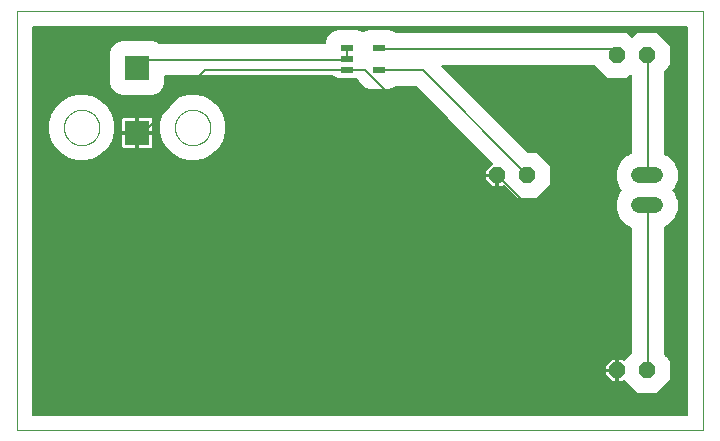
<source format=gtl>
G75*
%MOIN*%
%OFA0B0*%
%FSLAX25Y25*%
%IPPOS*%
%LPD*%
%AMOC8*
5,1,8,0,0,1.08239X$1,22.5*
%
%ADD10C,0.00000*%
%ADD11OC8,0.05200*%
%ADD12C,0.05200*%
%ADD13R,0.04331X0.02362*%
%ADD14R,0.08268X0.08268*%
%ADD15C,0.00600*%
D10*
X0031300Y0066300D02*
X0031300Y0206261D01*
X0260001Y0206261D01*
X0260001Y0066300D01*
X0031300Y0066300D01*
X0046890Y0167284D02*
X0046892Y0167437D01*
X0046898Y0167591D01*
X0046908Y0167744D01*
X0046922Y0167896D01*
X0046940Y0168049D01*
X0046962Y0168200D01*
X0046987Y0168351D01*
X0047017Y0168502D01*
X0047051Y0168652D01*
X0047088Y0168800D01*
X0047129Y0168948D01*
X0047174Y0169094D01*
X0047223Y0169240D01*
X0047276Y0169384D01*
X0047332Y0169526D01*
X0047392Y0169667D01*
X0047456Y0169807D01*
X0047523Y0169945D01*
X0047594Y0170081D01*
X0047669Y0170215D01*
X0047746Y0170347D01*
X0047828Y0170477D01*
X0047912Y0170605D01*
X0048000Y0170731D01*
X0048091Y0170854D01*
X0048185Y0170975D01*
X0048283Y0171093D01*
X0048383Y0171209D01*
X0048487Y0171322D01*
X0048593Y0171433D01*
X0048702Y0171541D01*
X0048814Y0171646D01*
X0048928Y0171747D01*
X0049046Y0171846D01*
X0049165Y0171942D01*
X0049287Y0172035D01*
X0049412Y0172124D01*
X0049539Y0172211D01*
X0049668Y0172293D01*
X0049799Y0172373D01*
X0049932Y0172449D01*
X0050067Y0172522D01*
X0050204Y0172591D01*
X0050343Y0172656D01*
X0050483Y0172718D01*
X0050625Y0172776D01*
X0050768Y0172831D01*
X0050913Y0172882D01*
X0051059Y0172929D01*
X0051206Y0172972D01*
X0051354Y0173011D01*
X0051503Y0173047D01*
X0051653Y0173078D01*
X0051804Y0173106D01*
X0051955Y0173130D01*
X0052108Y0173150D01*
X0052260Y0173166D01*
X0052413Y0173178D01*
X0052566Y0173186D01*
X0052719Y0173190D01*
X0052873Y0173190D01*
X0053026Y0173186D01*
X0053179Y0173178D01*
X0053332Y0173166D01*
X0053484Y0173150D01*
X0053637Y0173130D01*
X0053788Y0173106D01*
X0053939Y0173078D01*
X0054089Y0173047D01*
X0054238Y0173011D01*
X0054386Y0172972D01*
X0054533Y0172929D01*
X0054679Y0172882D01*
X0054824Y0172831D01*
X0054967Y0172776D01*
X0055109Y0172718D01*
X0055249Y0172656D01*
X0055388Y0172591D01*
X0055525Y0172522D01*
X0055660Y0172449D01*
X0055793Y0172373D01*
X0055924Y0172293D01*
X0056053Y0172211D01*
X0056180Y0172124D01*
X0056305Y0172035D01*
X0056427Y0171942D01*
X0056546Y0171846D01*
X0056664Y0171747D01*
X0056778Y0171646D01*
X0056890Y0171541D01*
X0056999Y0171433D01*
X0057105Y0171322D01*
X0057209Y0171209D01*
X0057309Y0171093D01*
X0057407Y0170975D01*
X0057501Y0170854D01*
X0057592Y0170731D01*
X0057680Y0170605D01*
X0057764Y0170477D01*
X0057846Y0170347D01*
X0057923Y0170215D01*
X0057998Y0170081D01*
X0058069Y0169945D01*
X0058136Y0169807D01*
X0058200Y0169667D01*
X0058260Y0169526D01*
X0058316Y0169384D01*
X0058369Y0169240D01*
X0058418Y0169094D01*
X0058463Y0168948D01*
X0058504Y0168800D01*
X0058541Y0168652D01*
X0058575Y0168502D01*
X0058605Y0168351D01*
X0058630Y0168200D01*
X0058652Y0168049D01*
X0058670Y0167896D01*
X0058684Y0167744D01*
X0058694Y0167591D01*
X0058700Y0167437D01*
X0058702Y0167284D01*
X0058700Y0167131D01*
X0058694Y0166977D01*
X0058684Y0166824D01*
X0058670Y0166672D01*
X0058652Y0166519D01*
X0058630Y0166368D01*
X0058605Y0166217D01*
X0058575Y0166066D01*
X0058541Y0165916D01*
X0058504Y0165768D01*
X0058463Y0165620D01*
X0058418Y0165474D01*
X0058369Y0165328D01*
X0058316Y0165184D01*
X0058260Y0165042D01*
X0058200Y0164901D01*
X0058136Y0164761D01*
X0058069Y0164623D01*
X0057998Y0164487D01*
X0057923Y0164353D01*
X0057846Y0164221D01*
X0057764Y0164091D01*
X0057680Y0163963D01*
X0057592Y0163837D01*
X0057501Y0163714D01*
X0057407Y0163593D01*
X0057309Y0163475D01*
X0057209Y0163359D01*
X0057105Y0163246D01*
X0056999Y0163135D01*
X0056890Y0163027D01*
X0056778Y0162922D01*
X0056664Y0162821D01*
X0056546Y0162722D01*
X0056427Y0162626D01*
X0056305Y0162533D01*
X0056180Y0162444D01*
X0056053Y0162357D01*
X0055924Y0162275D01*
X0055793Y0162195D01*
X0055660Y0162119D01*
X0055525Y0162046D01*
X0055388Y0161977D01*
X0055249Y0161912D01*
X0055109Y0161850D01*
X0054967Y0161792D01*
X0054824Y0161737D01*
X0054679Y0161686D01*
X0054533Y0161639D01*
X0054386Y0161596D01*
X0054238Y0161557D01*
X0054089Y0161521D01*
X0053939Y0161490D01*
X0053788Y0161462D01*
X0053637Y0161438D01*
X0053484Y0161418D01*
X0053332Y0161402D01*
X0053179Y0161390D01*
X0053026Y0161382D01*
X0052873Y0161378D01*
X0052719Y0161378D01*
X0052566Y0161382D01*
X0052413Y0161390D01*
X0052260Y0161402D01*
X0052108Y0161418D01*
X0051955Y0161438D01*
X0051804Y0161462D01*
X0051653Y0161490D01*
X0051503Y0161521D01*
X0051354Y0161557D01*
X0051206Y0161596D01*
X0051059Y0161639D01*
X0050913Y0161686D01*
X0050768Y0161737D01*
X0050625Y0161792D01*
X0050483Y0161850D01*
X0050343Y0161912D01*
X0050204Y0161977D01*
X0050067Y0162046D01*
X0049932Y0162119D01*
X0049799Y0162195D01*
X0049668Y0162275D01*
X0049539Y0162357D01*
X0049412Y0162444D01*
X0049287Y0162533D01*
X0049165Y0162626D01*
X0049046Y0162722D01*
X0048928Y0162821D01*
X0048814Y0162922D01*
X0048702Y0163027D01*
X0048593Y0163135D01*
X0048487Y0163246D01*
X0048383Y0163359D01*
X0048283Y0163475D01*
X0048185Y0163593D01*
X0048091Y0163714D01*
X0048000Y0163837D01*
X0047912Y0163963D01*
X0047828Y0164091D01*
X0047746Y0164221D01*
X0047669Y0164353D01*
X0047594Y0164487D01*
X0047523Y0164623D01*
X0047456Y0164761D01*
X0047392Y0164901D01*
X0047332Y0165042D01*
X0047276Y0165184D01*
X0047223Y0165328D01*
X0047174Y0165474D01*
X0047129Y0165620D01*
X0047088Y0165768D01*
X0047051Y0165916D01*
X0047017Y0166066D01*
X0046987Y0166217D01*
X0046962Y0166368D01*
X0046940Y0166519D01*
X0046922Y0166672D01*
X0046908Y0166824D01*
X0046898Y0166977D01*
X0046892Y0167131D01*
X0046890Y0167284D01*
X0083898Y0167284D02*
X0083900Y0167437D01*
X0083906Y0167591D01*
X0083916Y0167744D01*
X0083930Y0167896D01*
X0083948Y0168049D01*
X0083970Y0168200D01*
X0083995Y0168351D01*
X0084025Y0168502D01*
X0084059Y0168652D01*
X0084096Y0168800D01*
X0084137Y0168948D01*
X0084182Y0169094D01*
X0084231Y0169240D01*
X0084284Y0169384D01*
X0084340Y0169526D01*
X0084400Y0169667D01*
X0084464Y0169807D01*
X0084531Y0169945D01*
X0084602Y0170081D01*
X0084677Y0170215D01*
X0084754Y0170347D01*
X0084836Y0170477D01*
X0084920Y0170605D01*
X0085008Y0170731D01*
X0085099Y0170854D01*
X0085193Y0170975D01*
X0085291Y0171093D01*
X0085391Y0171209D01*
X0085495Y0171322D01*
X0085601Y0171433D01*
X0085710Y0171541D01*
X0085822Y0171646D01*
X0085936Y0171747D01*
X0086054Y0171846D01*
X0086173Y0171942D01*
X0086295Y0172035D01*
X0086420Y0172124D01*
X0086547Y0172211D01*
X0086676Y0172293D01*
X0086807Y0172373D01*
X0086940Y0172449D01*
X0087075Y0172522D01*
X0087212Y0172591D01*
X0087351Y0172656D01*
X0087491Y0172718D01*
X0087633Y0172776D01*
X0087776Y0172831D01*
X0087921Y0172882D01*
X0088067Y0172929D01*
X0088214Y0172972D01*
X0088362Y0173011D01*
X0088511Y0173047D01*
X0088661Y0173078D01*
X0088812Y0173106D01*
X0088963Y0173130D01*
X0089116Y0173150D01*
X0089268Y0173166D01*
X0089421Y0173178D01*
X0089574Y0173186D01*
X0089727Y0173190D01*
X0089881Y0173190D01*
X0090034Y0173186D01*
X0090187Y0173178D01*
X0090340Y0173166D01*
X0090492Y0173150D01*
X0090645Y0173130D01*
X0090796Y0173106D01*
X0090947Y0173078D01*
X0091097Y0173047D01*
X0091246Y0173011D01*
X0091394Y0172972D01*
X0091541Y0172929D01*
X0091687Y0172882D01*
X0091832Y0172831D01*
X0091975Y0172776D01*
X0092117Y0172718D01*
X0092257Y0172656D01*
X0092396Y0172591D01*
X0092533Y0172522D01*
X0092668Y0172449D01*
X0092801Y0172373D01*
X0092932Y0172293D01*
X0093061Y0172211D01*
X0093188Y0172124D01*
X0093313Y0172035D01*
X0093435Y0171942D01*
X0093554Y0171846D01*
X0093672Y0171747D01*
X0093786Y0171646D01*
X0093898Y0171541D01*
X0094007Y0171433D01*
X0094113Y0171322D01*
X0094217Y0171209D01*
X0094317Y0171093D01*
X0094415Y0170975D01*
X0094509Y0170854D01*
X0094600Y0170731D01*
X0094688Y0170605D01*
X0094772Y0170477D01*
X0094854Y0170347D01*
X0094931Y0170215D01*
X0095006Y0170081D01*
X0095077Y0169945D01*
X0095144Y0169807D01*
X0095208Y0169667D01*
X0095268Y0169526D01*
X0095324Y0169384D01*
X0095377Y0169240D01*
X0095426Y0169094D01*
X0095471Y0168948D01*
X0095512Y0168800D01*
X0095549Y0168652D01*
X0095583Y0168502D01*
X0095613Y0168351D01*
X0095638Y0168200D01*
X0095660Y0168049D01*
X0095678Y0167896D01*
X0095692Y0167744D01*
X0095702Y0167591D01*
X0095708Y0167437D01*
X0095710Y0167284D01*
X0095708Y0167131D01*
X0095702Y0166977D01*
X0095692Y0166824D01*
X0095678Y0166672D01*
X0095660Y0166519D01*
X0095638Y0166368D01*
X0095613Y0166217D01*
X0095583Y0166066D01*
X0095549Y0165916D01*
X0095512Y0165768D01*
X0095471Y0165620D01*
X0095426Y0165474D01*
X0095377Y0165328D01*
X0095324Y0165184D01*
X0095268Y0165042D01*
X0095208Y0164901D01*
X0095144Y0164761D01*
X0095077Y0164623D01*
X0095006Y0164487D01*
X0094931Y0164353D01*
X0094854Y0164221D01*
X0094772Y0164091D01*
X0094688Y0163963D01*
X0094600Y0163837D01*
X0094509Y0163714D01*
X0094415Y0163593D01*
X0094317Y0163475D01*
X0094217Y0163359D01*
X0094113Y0163246D01*
X0094007Y0163135D01*
X0093898Y0163027D01*
X0093786Y0162922D01*
X0093672Y0162821D01*
X0093554Y0162722D01*
X0093435Y0162626D01*
X0093313Y0162533D01*
X0093188Y0162444D01*
X0093061Y0162357D01*
X0092932Y0162275D01*
X0092801Y0162195D01*
X0092668Y0162119D01*
X0092533Y0162046D01*
X0092396Y0161977D01*
X0092257Y0161912D01*
X0092117Y0161850D01*
X0091975Y0161792D01*
X0091832Y0161737D01*
X0091687Y0161686D01*
X0091541Y0161639D01*
X0091394Y0161596D01*
X0091246Y0161557D01*
X0091097Y0161521D01*
X0090947Y0161490D01*
X0090796Y0161462D01*
X0090645Y0161438D01*
X0090492Y0161418D01*
X0090340Y0161402D01*
X0090187Y0161390D01*
X0090034Y0161382D01*
X0089881Y0161378D01*
X0089727Y0161378D01*
X0089574Y0161382D01*
X0089421Y0161390D01*
X0089268Y0161402D01*
X0089116Y0161418D01*
X0088963Y0161438D01*
X0088812Y0161462D01*
X0088661Y0161490D01*
X0088511Y0161521D01*
X0088362Y0161557D01*
X0088214Y0161596D01*
X0088067Y0161639D01*
X0087921Y0161686D01*
X0087776Y0161737D01*
X0087633Y0161792D01*
X0087491Y0161850D01*
X0087351Y0161912D01*
X0087212Y0161977D01*
X0087075Y0162046D01*
X0086940Y0162119D01*
X0086807Y0162195D01*
X0086676Y0162275D01*
X0086547Y0162357D01*
X0086420Y0162444D01*
X0086295Y0162533D01*
X0086173Y0162626D01*
X0086054Y0162722D01*
X0085936Y0162821D01*
X0085822Y0162922D01*
X0085710Y0163027D01*
X0085601Y0163135D01*
X0085495Y0163246D01*
X0085391Y0163359D01*
X0085291Y0163475D01*
X0085193Y0163593D01*
X0085099Y0163714D01*
X0085008Y0163837D01*
X0084920Y0163963D01*
X0084836Y0164091D01*
X0084754Y0164221D01*
X0084677Y0164353D01*
X0084602Y0164487D01*
X0084531Y0164623D01*
X0084464Y0164761D01*
X0084400Y0164901D01*
X0084340Y0165042D01*
X0084284Y0165184D01*
X0084231Y0165328D01*
X0084182Y0165474D01*
X0084137Y0165620D01*
X0084096Y0165768D01*
X0084059Y0165916D01*
X0084025Y0166066D01*
X0083995Y0166217D01*
X0083970Y0166368D01*
X0083948Y0166519D01*
X0083930Y0166672D01*
X0083916Y0166824D01*
X0083906Y0166977D01*
X0083900Y0167131D01*
X0083898Y0167284D01*
D11*
X0191300Y0151300D03*
X0201300Y0151300D03*
X0231300Y0191300D03*
X0241300Y0191300D03*
X0241300Y0086300D03*
X0231300Y0086300D03*
D12*
X0238700Y0141300D02*
X0243900Y0141300D01*
X0243900Y0151300D02*
X0238700Y0151300D01*
D13*
X0151930Y0186300D03*
X0151930Y0193780D03*
X0141300Y0193780D03*
X0141300Y0190040D03*
X0141300Y0186300D03*
D14*
X0071300Y0187127D03*
X0071300Y0165473D03*
D15*
X0071700Y0165900D01*
X0073500Y0165900D01*
X0093900Y0186300D01*
X0141300Y0186300D01*
X0147300Y0186300D01*
X0182100Y0151500D01*
X0191100Y0151500D01*
X0191300Y0151300D01*
X0231300Y0111300D01*
X0231300Y0086300D01*
X0231000Y0086463D02*
X0036600Y0086463D01*
X0036600Y0085865D02*
X0227400Y0085865D01*
X0227400Y0086000D02*
X0227400Y0084685D01*
X0229685Y0082400D01*
X0231000Y0082400D01*
X0231000Y0086000D01*
X0231600Y0086000D01*
X0231600Y0082400D01*
X0232915Y0082400D01*
X0233472Y0082956D01*
X0238028Y0078400D01*
X0244572Y0078400D01*
X0249200Y0083028D01*
X0249200Y0089572D01*
X0247100Y0091672D01*
X0247100Y0134075D01*
X0248375Y0134603D01*
X0250597Y0136825D01*
X0251800Y0139729D01*
X0251800Y0142871D01*
X0250597Y0145775D01*
X0250072Y0146300D01*
X0250597Y0146825D01*
X0251800Y0149729D01*
X0251800Y0152871D01*
X0250597Y0155775D01*
X0248375Y0157997D01*
X0247100Y0158525D01*
X0247100Y0185928D01*
X0249200Y0188028D01*
X0249200Y0194572D01*
X0244572Y0199200D01*
X0238028Y0199200D01*
X0236300Y0197472D01*
X0234572Y0199200D01*
X0228028Y0199200D01*
X0227928Y0199100D01*
X0157452Y0199100D01*
X0157097Y0199455D01*
X0155150Y0200261D01*
X0148710Y0200261D01*
X0146762Y0199455D01*
X0146615Y0199307D01*
X0146468Y0199455D01*
X0144520Y0200261D01*
X0138080Y0200261D01*
X0136132Y0199455D01*
X0134642Y0197964D01*
X0133835Y0196016D01*
X0133835Y0195500D01*
X0078690Y0195500D01*
X0078436Y0195754D01*
X0076488Y0196561D01*
X0066112Y0196561D01*
X0064164Y0195754D01*
X0062673Y0194263D01*
X0061866Y0192315D01*
X0061866Y0181939D01*
X0062673Y0179991D01*
X0064164Y0178500D01*
X0066112Y0177693D01*
X0076488Y0177693D01*
X0078436Y0178500D01*
X0079927Y0179991D01*
X0080734Y0181939D01*
X0080734Y0184300D01*
X0136292Y0184300D01*
X0138080Y0183559D01*
X0144520Y0183559D01*
X0144651Y0183614D01*
X0145271Y0182117D01*
X0146762Y0180626D01*
X0148710Y0179819D01*
X0155150Y0179819D01*
X0157097Y0180626D01*
X0157172Y0180700D01*
X0164180Y0180700D01*
X0189683Y0155198D01*
X0187400Y0152915D01*
X0187400Y0151600D01*
X0191000Y0151600D01*
X0191000Y0151000D01*
X0191600Y0151000D01*
X0191600Y0147400D01*
X0192915Y0147400D01*
X0193472Y0147956D01*
X0198028Y0143400D01*
X0204572Y0143400D01*
X0209200Y0148028D01*
X0209200Y0154572D01*
X0204572Y0159200D01*
X0201520Y0159200D01*
X0172820Y0187900D01*
X0223528Y0187900D01*
X0228028Y0183400D01*
X0234572Y0183400D01*
X0235900Y0184728D01*
X0235900Y0158691D01*
X0234225Y0157997D01*
X0232003Y0155775D01*
X0230800Y0152871D01*
X0230800Y0149729D01*
X0232003Y0146825D01*
X0232528Y0146300D01*
X0232003Y0145775D01*
X0230800Y0142871D01*
X0230800Y0139729D01*
X0232003Y0136825D01*
X0234225Y0134603D01*
X0235900Y0133909D01*
X0235900Y0092072D01*
X0233472Y0089644D01*
X0232915Y0090200D01*
X0231600Y0090200D01*
X0231600Y0086600D01*
X0231000Y0086600D01*
X0231000Y0090200D01*
X0229685Y0090200D01*
X0227400Y0087915D01*
X0227400Y0086600D01*
X0231000Y0086600D01*
X0231000Y0086000D01*
X0227400Y0086000D01*
X0227400Y0085266D02*
X0036600Y0085266D01*
X0036600Y0084668D02*
X0227417Y0084668D01*
X0228015Y0084069D02*
X0036600Y0084069D01*
X0036600Y0083471D02*
X0228614Y0083471D01*
X0229212Y0082872D02*
X0036600Y0082872D01*
X0036600Y0082274D02*
X0234154Y0082274D01*
X0233555Y0082872D02*
X0233388Y0082872D01*
X0231600Y0082872D02*
X0231000Y0082872D01*
X0231000Y0083471D02*
X0231600Y0083471D01*
X0231600Y0084069D02*
X0231000Y0084069D01*
X0231000Y0084668D02*
X0231600Y0084668D01*
X0231600Y0085266D02*
X0231000Y0085266D01*
X0231000Y0085865D02*
X0231600Y0085865D01*
X0231600Y0087062D02*
X0231000Y0087062D01*
X0231000Y0087660D02*
X0231600Y0087660D01*
X0231600Y0088259D02*
X0231000Y0088259D01*
X0231000Y0088857D02*
X0231600Y0088857D01*
X0231600Y0089456D02*
X0231000Y0089456D01*
X0231000Y0090054D02*
X0231600Y0090054D01*
X0233061Y0090054D02*
X0233882Y0090054D01*
X0234481Y0090653D02*
X0036600Y0090653D01*
X0036600Y0091251D02*
X0235079Y0091251D01*
X0235678Y0091850D02*
X0036600Y0091850D01*
X0036600Y0092448D02*
X0235900Y0092448D01*
X0235900Y0093047D02*
X0036600Y0093047D01*
X0036600Y0093645D02*
X0235900Y0093645D01*
X0235900Y0094244D02*
X0036600Y0094244D01*
X0036600Y0094842D02*
X0235900Y0094842D01*
X0235900Y0095441D02*
X0036600Y0095441D01*
X0036600Y0096039D02*
X0235900Y0096039D01*
X0235900Y0096638D02*
X0036600Y0096638D01*
X0036600Y0097237D02*
X0235900Y0097237D01*
X0235900Y0097835D02*
X0036600Y0097835D01*
X0036600Y0098434D02*
X0235900Y0098434D01*
X0235900Y0099032D02*
X0036600Y0099032D01*
X0036600Y0099631D02*
X0235900Y0099631D01*
X0235900Y0100229D02*
X0036600Y0100229D01*
X0036600Y0100828D02*
X0235900Y0100828D01*
X0235900Y0101426D02*
X0036600Y0101426D01*
X0036600Y0102025D02*
X0235900Y0102025D01*
X0235900Y0102623D02*
X0036600Y0102623D01*
X0036600Y0103222D02*
X0235900Y0103222D01*
X0235900Y0103820D02*
X0036600Y0103820D01*
X0036600Y0104419D02*
X0235900Y0104419D01*
X0235900Y0105017D02*
X0036600Y0105017D01*
X0036600Y0105616D02*
X0235900Y0105616D01*
X0235900Y0106214D02*
X0036600Y0106214D01*
X0036600Y0106813D02*
X0235900Y0106813D01*
X0235900Y0107411D02*
X0036600Y0107411D01*
X0036600Y0108010D02*
X0235900Y0108010D01*
X0235900Y0108608D02*
X0036600Y0108608D01*
X0036600Y0109207D02*
X0235900Y0109207D01*
X0235900Y0109805D02*
X0036600Y0109805D01*
X0036600Y0110404D02*
X0235900Y0110404D01*
X0235900Y0111002D02*
X0036600Y0111002D01*
X0036600Y0111601D02*
X0235900Y0111601D01*
X0235900Y0112199D02*
X0036600Y0112199D01*
X0036600Y0112798D02*
X0235900Y0112798D01*
X0235900Y0113396D02*
X0036600Y0113396D01*
X0036600Y0113995D02*
X0235900Y0113995D01*
X0235900Y0114593D02*
X0036600Y0114593D01*
X0036600Y0115192D02*
X0235900Y0115192D01*
X0235900Y0115790D02*
X0036600Y0115790D01*
X0036600Y0116389D02*
X0235900Y0116389D01*
X0235900Y0116987D02*
X0036600Y0116987D01*
X0036600Y0117586D02*
X0235900Y0117586D01*
X0235900Y0118184D02*
X0036600Y0118184D01*
X0036600Y0118783D02*
X0235900Y0118783D01*
X0235900Y0119381D02*
X0036600Y0119381D01*
X0036600Y0119980D02*
X0235900Y0119980D01*
X0235900Y0120578D02*
X0036600Y0120578D01*
X0036600Y0121177D02*
X0235900Y0121177D01*
X0235900Y0121775D02*
X0036600Y0121775D01*
X0036600Y0122374D02*
X0235900Y0122374D01*
X0235900Y0122972D02*
X0036600Y0122972D01*
X0036600Y0123571D02*
X0235900Y0123571D01*
X0235900Y0124170D02*
X0036600Y0124170D01*
X0036600Y0124768D02*
X0235900Y0124768D01*
X0235900Y0125367D02*
X0036600Y0125367D01*
X0036600Y0125965D02*
X0235900Y0125965D01*
X0235900Y0126564D02*
X0036600Y0126564D01*
X0036600Y0127162D02*
X0235900Y0127162D01*
X0235900Y0127761D02*
X0036600Y0127761D01*
X0036600Y0128359D02*
X0235900Y0128359D01*
X0235900Y0128958D02*
X0036600Y0128958D01*
X0036600Y0129556D02*
X0235900Y0129556D01*
X0235900Y0130155D02*
X0036600Y0130155D01*
X0036600Y0130753D02*
X0235900Y0130753D01*
X0235900Y0131352D02*
X0036600Y0131352D01*
X0036600Y0131950D02*
X0235900Y0131950D01*
X0235900Y0132549D02*
X0036600Y0132549D01*
X0036600Y0133147D02*
X0235900Y0133147D01*
X0235900Y0133746D02*
X0036600Y0133746D01*
X0036600Y0134344D02*
X0234849Y0134344D01*
X0233885Y0134943D02*
X0036600Y0134943D01*
X0036600Y0135541D02*
X0233286Y0135541D01*
X0232688Y0136140D02*
X0036600Y0136140D01*
X0036600Y0136738D02*
X0232089Y0136738D01*
X0231791Y0137337D02*
X0036600Y0137337D01*
X0036600Y0137935D02*
X0231543Y0137935D01*
X0231295Y0138534D02*
X0036600Y0138534D01*
X0036600Y0139132D02*
X0231047Y0139132D01*
X0230800Y0139731D02*
X0036600Y0139731D01*
X0036600Y0140329D02*
X0230800Y0140329D01*
X0230800Y0140928D02*
X0036600Y0140928D01*
X0036600Y0141526D02*
X0230800Y0141526D01*
X0230800Y0142125D02*
X0036600Y0142125D01*
X0036600Y0142723D02*
X0230800Y0142723D01*
X0230987Y0143322D02*
X0036600Y0143322D01*
X0036600Y0143920D02*
X0197507Y0143920D01*
X0196909Y0144519D02*
X0036600Y0144519D01*
X0036600Y0145117D02*
X0196310Y0145117D01*
X0195712Y0145716D02*
X0036600Y0145716D01*
X0036600Y0146314D02*
X0195113Y0146314D01*
X0194515Y0146913D02*
X0036600Y0146913D01*
X0036600Y0147511D02*
X0189573Y0147511D01*
X0189685Y0147400D02*
X0191000Y0147400D01*
X0191000Y0151000D01*
X0187400Y0151000D01*
X0187400Y0149685D01*
X0189685Y0147400D01*
X0188975Y0148110D02*
X0036600Y0148110D01*
X0036600Y0148708D02*
X0188376Y0148708D01*
X0187778Y0149307D02*
X0036600Y0149307D01*
X0036600Y0149905D02*
X0187400Y0149905D01*
X0187400Y0150504D02*
X0036600Y0150504D01*
X0036600Y0151103D02*
X0191000Y0151103D01*
X0191000Y0150504D02*
X0191600Y0150504D01*
X0191600Y0149905D02*
X0191000Y0149905D01*
X0191000Y0149307D02*
X0191600Y0149307D01*
X0191600Y0148708D02*
X0191000Y0148708D01*
X0191000Y0148110D02*
X0191600Y0148110D01*
X0191600Y0147511D02*
X0191000Y0147511D01*
X0193027Y0147511D02*
X0193916Y0147511D01*
X0187400Y0151701D02*
X0036600Y0151701D01*
X0036600Y0152300D02*
X0187400Y0152300D01*
X0187400Y0152898D02*
X0036600Y0152898D01*
X0036600Y0153497D02*
X0187981Y0153497D01*
X0188580Y0154095D02*
X0036600Y0154095D01*
X0036600Y0154694D02*
X0189178Y0154694D01*
X0189588Y0155292D02*
X0036600Y0155292D01*
X0036600Y0155891D02*
X0188990Y0155891D01*
X0188391Y0156489D02*
X0092811Y0156489D01*
X0094129Y0156842D02*
X0096684Y0158318D01*
X0098771Y0160404D01*
X0100246Y0162959D01*
X0101009Y0165809D01*
X0101009Y0168759D01*
X0100246Y0171609D01*
X0098771Y0174165D01*
X0096684Y0176251D01*
X0094129Y0177726D01*
X0091279Y0178490D01*
X0088329Y0178490D01*
X0085479Y0177726D01*
X0082924Y0176251D01*
X0080837Y0174165D01*
X0079362Y0171609D01*
X0078598Y0168759D01*
X0078598Y0165809D01*
X0079362Y0162959D01*
X0080837Y0160404D01*
X0082924Y0158318D01*
X0085479Y0156842D01*
X0088329Y0156079D01*
X0091279Y0156079D01*
X0094129Y0156842D01*
X0094554Y0157088D02*
X0187793Y0157088D01*
X0187194Y0157686D02*
X0095591Y0157686D01*
X0096627Y0158285D02*
X0186596Y0158285D01*
X0185997Y0158883D02*
X0097250Y0158883D01*
X0097848Y0159482D02*
X0185399Y0159482D01*
X0184800Y0160080D02*
X0098447Y0160080D01*
X0098929Y0160679D02*
X0184202Y0160679D01*
X0183603Y0161277D02*
X0099275Y0161277D01*
X0099620Y0161876D02*
X0183005Y0161876D01*
X0182406Y0162474D02*
X0099966Y0162474D01*
X0100276Y0163073D02*
X0181808Y0163073D01*
X0181209Y0163671D02*
X0100437Y0163671D01*
X0100597Y0164270D02*
X0180611Y0164270D01*
X0180012Y0164868D02*
X0100757Y0164868D01*
X0100918Y0165467D02*
X0179414Y0165467D01*
X0178815Y0166065D02*
X0101009Y0166065D01*
X0101009Y0166664D02*
X0178217Y0166664D01*
X0177618Y0167262D02*
X0101009Y0167262D01*
X0101009Y0167861D02*
X0177020Y0167861D01*
X0176421Y0168459D02*
X0101009Y0168459D01*
X0100929Y0169058D02*
X0175823Y0169058D01*
X0175224Y0169656D02*
X0100769Y0169656D01*
X0100609Y0170255D02*
X0174626Y0170255D01*
X0174027Y0170853D02*
X0100448Y0170853D01*
X0100288Y0171452D02*
X0173428Y0171452D01*
X0172830Y0172050D02*
X0099991Y0172050D01*
X0099646Y0172649D02*
X0172231Y0172649D01*
X0171633Y0173247D02*
X0099300Y0173247D01*
X0098955Y0173846D02*
X0171034Y0173846D01*
X0170436Y0174444D02*
X0098491Y0174444D01*
X0097892Y0175043D02*
X0169837Y0175043D01*
X0169239Y0175641D02*
X0097294Y0175641D01*
X0096695Y0176240D02*
X0168640Y0176240D01*
X0168042Y0176839D02*
X0095666Y0176839D01*
X0094630Y0177437D02*
X0167443Y0177437D01*
X0166845Y0178036D02*
X0092974Y0178036D01*
X0086634Y0178036D02*
X0077315Y0178036D01*
X0078570Y0178634D02*
X0166246Y0178634D01*
X0165648Y0179233D02*
X0079169Y0179233D01*
X0079767Y0179831D02*
X0148681Y0179831D01*
X0147236Y0180430D02*
X0080109Y0180430D01*
X0080357Y0181028D02*
X0146360Y0181028D01*
X0145762Y0181627D02*
X0080605Y0181627D01*
X0080734Y0182225D02*
X0145227Y0182225D01*
X0144979Y0182824D02*
X0080734Y0182824D01*
X0080734Y0183422D02*
X0144731Y0183422D01*
X0141300Y0189900D02*
X0141300Y0190040D01*
X0141300Y0193780D01*
X0141300Y0189900D02*
X0074100Y0189900D01*
X0071700Y0187500D01*
X0071300Y0187127D01*
X0061866Y0187013D02*
X0036600Y0187013D01*
X0036600Y0186415D02*
X0061866Y0186415D01*
X0061866Y0185816D02*
X0036600Y0185816D01*
X0036600Y0185218D02*
X0061866Y0185218D01*
X0061866Y0184619D02*
X0036600Y0184619D01*
X0036600Y0184021D02*
X0061866Y0184021D01*
X0061866Y0183422D02*
X0036600Y0183422D01*
X0036600Y0182824D02*
X0061866Y0182824D01*
X0061866Y0182225D02*
X0036600Y0182225D01*
X0036600Y0181627D02*
X0061995Y0181627D01*
X0062243Y0181028D02*
X0036600Y0181028D01*
X0036600Y0180430D02*
X0062491Y0180430D01*
X0062833Y0179831D02*
X0036600Y0179831D01*
X0036600Y0179233D02*
X0063431Y0179233D01*
X0064030Y0178634D02*
X0036600Y0178634D01*
X0036600Y0178036D02*
X0049626Y0178036D01*
X0048471Y0177726D02*
X0051321Y0178490D01*
X0054271Y0178490D01*
X0057121Y0177726D01*
X0059676Y0176251D01*
X0061763Y0174165D01*
X0063238Y0171609D01*
X0064002Y0168759D01*
X0064002Y0165809D01*
X0063238Y0162959D01*
X0061763Y0160404D01*
X0059676Y0158318D01*
X0057121Y0156842D01*
X0054271Y0156079D01*
X0051321Y0156079D01*
X0048471Y0156842D01*
X0045916Y0158318D01*
X0043829Y0160404D01*
X0042354Y0162959D01*
X0041591Y0165809D01*
X0041591Y0168759D01*
X0042354Y0171609D01*
X0043829Y0174165D01*
X0045916Y0176251D01*
X0048471Y0177726D01*
X0047970Y0177437D02*
X0036600Y0177437D01*
X0036600Y0176839D02*
X0046934Y0176839D01*
X0045905Y0176240D02*
X0036600Y0176240D01*
X0036600Y0175641D02*
X0045306Y0175641D01*
X0044708Y0175043D02*
X0036600Y0175043D01*
X0036600Y0174444D02*
X0044109Y0174444D01*
X0043645Y0173846D02*
X0036600Y0173846D01*
X0036600Y0173247D02*
X0043300Y0173247D01*
X0042954Y0172649D02*
X0036600Y0172649D01*
X0036600Y0172050D02*
X0042609Y0172050D01*
X0042312Y0171452D02*
X0036600Y0171452D01*
X0036600Y0170853D02*
X0042152Y0170853D01*
X0041991Y0170255D02*
X0036600Y0170255D01*
X0036600Y0169656D02*
X0041831Y0169656D01*
X0041671Y0169058D02*
X0036600Y0169058D01*
X0036600Y0168459D02*
X0041591Y0168459D01*
X0041591Y0167861D02*
X0036600Y0167861D01*
X0036600Y0167262D02*
X0041591Y0167262D01*
X0041591Y0166664D02*
X0036600Y0166664D01*
X0036600Y0166065D02*
X0041591Y0166065D01*
X0041682Y0165467D02*
X0036600Y0165467D01*
X0036600Y0164868D02*
X0041843Y0164868D01*
X0042003Y0164270D02*
X0036600Y0164270D01*
X0036600Y0163671D02*
X0042163Y0163671D01*
X0042324Y0163073D02*
X0036600Y0163073D01*
X0036600Y0162474D02*
X0042634Y0162474D01*
X0042980Y0161876D02*
X0036600Y0161876D01*
X0036600Y0161277D02*
X0043325Y0161277D01*
X0043671Y0160679D02*
X0036600Y0160679D01*
X0036600Y0160080D02*
X0044153Y0160080D01*
X0044752Y0159482D02*
X0036600Y0159482D01*
X0036600Y0158883D02*
X0045350Y0158883D01*
X0045973Y0158285D02*
X0036600Y0158285D01*
X0036600Y0157686D02*
X0047009Y0157686D01*
X0048046Y0157088D02*
X0036600Y0157088D01*
X0036600Y0156489D02*
X0049789Y0156489D01*
X0055803Y0156489D02*
X0086797Y0156489D01*
X0085054Y0157088D02*
X0057546Y0157088D01*
X0058583Y0157686D02*
X0084017Y0157686D01*
X0082981Y0158285D02*
X0059619Y0158285D01*
X0060242Y0158883D02*
X0082358Y0158883D01*
X0081760Y0159482D02*
X0060840Y0159482D01*
X0061439Y0160080D02*
X0066843Y0160080D01*
X0066995Y0160039D02*
X0071000Y0160039D01*
X0071000Y0165173D01*
X0071600Y0165173D01*
X0071600Y0160039D01*
X0075605Y0160039D01*
X0075936Y0160128D01*
X0076232Y0160299D01*
X0076474Y0160541D01*
X0076645Y0160838D01*
X0076734Y0161168D01*
X0076734Y0165173D01*
X0071600Y0165173D01*
X0071600Y0165773D01*
X0076734Y0165773D01*
X0076734Y0169778D01*
X0076645Y0170109D01*
X0076474Y0170405D01*
X0076232Y0170647D01*
X0075936Y0170818D01*
X0075605Y0170907D01*
X0071600Y0170907D01*
X0071600Y0165773D01*
X0071000Y0165773D01*
X0071000Y0165173D01*
X0065866Y0165173D01*
X0065866Y0161168D01*
X0065955Y0160838D01*
X0066126Y0160541D01*
X0066368Y0160299D01*
X0066664Y0160128D01*
X0066995Y0160039D01*
X0066046Y0160679D02*
X0061921Y0160679D01*
X0062267Y0161277D02*
X0065866Y0161277D01*
X0065866Y0161876D02*
X0062612Y0161876D01*
X0062958Y0162474D02*
X0065866Y0162474D01*
X0065866Y0163073D02*
X0063268Y0163073D01*
X0063429Y0163671D02*
X0065866Y0163671D01*
X0065866Y0164270D02*
X0063589Y0164270D01*
X0063749Y0164868D02*
X0065866Y0164868D01*
X0065866Y0165773D02*
X0071000Y0165773D01*
X0071000Y0170907D01*
X0066995Y0170907D01*
X0066664Y0170818D01*
X0066368Y0170647D01*
X0066126Y0170405D01*
X0065955Y0170109D01*
X0065866Y0169778D01*
X0065866Y0165773D01*
X0065866Y0166065D02*
X0064002Y0166065D01*
X0064002Y0166664D02*
X0065866Y0166664D01*
X0065866Y0167262D02*
X0064002Y0167262D01*
X0064002Y0167861D02*
X0065866Y0167861D01*
X0065866Y0168459D02*
X0064002Y0168459D01*
X0063922Y0169058D02*
X0065866Y0169058D01*
X0065866Y0169656D02*
X0063761Y0169656D01*
X0063601Y0170255D02*
X0066039Y0170255D01*
X0066795Y0170853D02*
X0063441Y0170853D01*
X0063280Y0171452D02*
X0079320Y0171452D01*
X0079159Y0170853D02*
X0075805Y0170853D01*
X0076561Y0170255D02*
X0078999Y0170255D01*
X0078839Y0169656D02*
X0076734Y0169656D01*
X0076734Y0169058D02*
X0078678Y0169058D01*
X0078598Y0168459D02*
X0076734Y0168459D01*
X0076734Y0167861D02*
X0078598Y0167861D01*
X0078598Y0167262D02*
X0076734Y0167262D01*
X0076734Y0166664D02*
X0078598Y0166664D01*
X0078598Y0166065D02*
X0076734Y0166065D01*
X0076734Y0164868D02*
X0078850Y0164868D01*
X0079011Y0164270D02*
X0076734Y0164270D01*
X0076734Y0163671D02*
X0079171Y0163671D01*
X0079332Y0163073D02*
X0076734Y0163073D01*
X0076734Y0162474D02*
X0079642Y0162474D01*
X0079988Y0161876D02*
X0076734Y0161876D01*
X0076734Y0161277D02*
X0080333Y0161277D01*
X0080679Y0160679D02*
X0076554Y0160679D01*
X0075757Y0160080D02*
X0081161Y0160080D01*
X0078690Y0165467D02*
X0071600Y0165467D01*
X0071600Y0166065D02*
X0071000Y0166065D01*
X0071000Y0165467D02*
X0063910Y0165467D01*
X0062983Y0172050D02*
X0079617Y0172050D01*
X0079962Y0172649D02*
X0062638Y0172649D01*
X0062292Y0173247D02*
X0080308Y0173247D01*
X0080653Y0173846D02*
X0061947Y0173846D01*
X0061483Y0174444D02*
X0081117Y0174444D01*
X0081716Y0175043D02*
X0060884Y0175043D01*
X0060286Y0175641D02*
X0082314Y0175641D01*
X0082913Y0176240D02*
X0059687Y0176240D01*
X0058659Y0176839D02*
X0083941Y0176839D01*
X0084978Y0177437D02*
X0057622Y0177437D01*
X0055966Y0178036D02*
X0065285Y0178036D01*
X0071000Y0170853D02*
X0071600Y0170853D01*
X0071600Y0170255D02*
X0071000Y0170255D01*
X0071000Y0169656D02*
X0071600Y0169656D01*
X0071600Y0169058D02*
X0071000Y0169058D01*
X0071000Y0168459D02*
X0071600Y0168459D01*
X0071600Y0167861D02*
X0071000Y0167861D01*
X0071000Y0167262D02*
X0071600Y0167262D01*
X0071600Y0166664D02*
X0071000Y0166664D01*
X0071000Y0164868D02*
X0071600Y0164868D01*
X0071600Y0164270D02*
X0071000Y0164270D01*
X0071000Y0163671D02*
X0071600Y0163671D01*
X0071600Y0163073D02*
X0071000Y0163073D01*
X0071000Y0162474D02*
X0071600Y0162474D01*
X0071600Y0161876D02*
X0071000Y0161876D01*
X0071000Y0161277D02*
X0071600Y0161277D01*
X0071600Y0160679D02*
X0071000Y0160679D01*
X0071000Y0160080D02*
X0071600Y0160080D01*
X0080734Y0184021D02*
X0136966Y0184021D01*
X0133835Y0195991D02*
X0077864Y0195991D01*
X0064736Y0195991D02*
X0036600Y0195991D01*
X0036600Y0196589D02*
X0134072Y0196589D01*
X0134320Y0197188D02*
X0036600Y0197188D01*
X0036600Y0197786D02*
X0134568Y0197786D01*
X0135063Y0198385D02*
X0036600Y0198385D01*
X0036600Y0198983D02*
X0135661Y0198983D01*
X0136440Y0199582D02*
X0036600Y0199582D01*
X0036600Y0200180D02*
X0137885Y0200180D01*
X0144715Y0200180D02*
X0148515Y0200180D01*
X0147070Y0199582D02*
X0146160Y0199582D01*
X0151930Y0193780D02*
X0152100Y0193500D01*
X0229500Y0193500D01*
X0231300Y0191700D01*
X0231300Y0191300D01*
X0225612Y0185816D02*
X0174903Y0185816D01*
X0174305Y0186415D02*
X0225013Y0186415D01*
X0224415Y0187013D02*
X0173706Y0187013D01*
X0173108Y0187612D02*
X0223816Y0187612D01*
X0226210Y0185218D02*
X0175502Y0185218D01*
X0176100Y0184619D02*
X0226809Y0184619D01*
X0227407Y0184021D02*
X0176699Y0184021D01*
X0177297Y0183422D02*
X0228006Y0183422D01*
X0234594Y0183422D02*
X0235900Y0183422D01*
X0235900Y0182824D02*
X0177896Y0182824D01*
X0178494Y0182225D02*
X0235900Y0182225D01*
X0235900Y0181627D02*
X0179093Y0181627D01*
X0179691Y0181028D02*
X0235900Y0181028D01*
X0235900Y0180430D02*
X0180290Y0180430D01*
X0180889Y0179831D02*
X0235900Y0179831D01*
X0235900Y0179233D02*
X0181487Y0179233D01*
X0182086Y0178634D02*
X0235900Y0178634D01*
X0235900Y0178036D02*
X0182684Y0178036D01*
X0183283Y0177437D02*
X0235900Y0177437D01*
X0235900Y0176839D02*
X0183881Y0176839D01*
X0184480Y0176240D02*
X0235900Y0176240D01*
X0235900Y0175641D02*
X0185078Y0175641D01*
X0185677Y0175043D02*
X0235900Y0175043D01*
X0235900Y0174444D02*
X0186275Y0174444D01*
X0186874Y0173846D02*
X0235900Y0173846D01*
X0235900Y0173247D02*
X0187472Y0173247D01*
X0188071Y0172649D02*
X0235900Y0172649D01*
X0235900Y0172050D02*
X0188669Y0172050D01*
X0189268Y0171452D02*
X0235900Y0171452D01*
X0235900Y0170853D02*
X0189866Y0170853D01*
X0190465Y0170255D02*
X0235900Y0170255D01*
X0235900Y0169656D02*
X0191063Y0169656D01*
X0191662Y0169058D02*
X0235900Y0169058D01*
X0235900Y0168459D02*
X0192260Y0168459D01*
X0192859Y0167861D02*
X0235900Y0167861D01*
X0235900Y0167262D02*
X0193457Y0167262D01*
X0194056Y0166664D02*
X0235900Y0166664D01*
X0235900Y0166065D02*
X0194654Y0166065D01*
X0195253Y0165467D02*
X0235900Y0165467D01*
X0235900Y0164868D02*
X0195851Y0164868D01*
X0196450Y0164270D02*
X0235900Y0164270D01*
X0235900Y0163671D02*
X0197048Y0163671D01*
X0197647Y0163073D02*
X0235900Y0163073D01*
X0235900Y0162474D02*
X0198245Y0162474D01*
X0198844Y0161876D02*
X0235900Y0161876D01*
X0235900Y0161277D02*
X0199442Y0161277D01*
X0200041Y0160679D02*
X0235900Y0160679D01*
X0235900Y0160080D02*
X0200639Y0160080D01*
X0201238Y0159482D02*
X0235900Y0159482D01*
X0235900Y0158883D02*
X0204889Y0158883D01*
X0205488Y0158285D02*
X0234919Y0158285D01*
X0233914Y0157686D02*
X0206086Y0157686D01*
X0206685Y0157088D02*
X0233315Y0157088D01*
X0232717Y0156489D02*
X0207283Y0156489D01*
X0207882Y0155891D02*
X0232118Y0155891D01*
X0231803Y0155292D02*
X0208480Y0155292D01*
X0209079Y0154694D02*
X0231555Y0154694D01*
X0231307Y0154095D02*
X0209200Y0154095D01*
X0209200Y0153497D02*
X0231059Y0153497D01*
X0230811Y0152898D02*
X0209200Y0152898D01*
X0209200Y0152300D02*
X0230800Y0152300D01*
X0230800Y0151701D02*
X0209200Y0151701D01*
X0209200Y0151103D02*
X0230800Y0151103D01*
X0230800Y0150504D02*
X0209200Y0150504D01*
X0209200Y0149905D02*
X0230800Y0149905D01*
X0230975Y0149307D02*
X0209200Y0149307D01*
X0209200Y0148708D02*
X0231223Y0148708D01*
X0231470Y0148110D02*
X0209200Y0148110D01*
X0208684Y0147511D02*
X0231718Y0147511D01*
X0231966Y0146913D02*
X0208085Y0146913D01*
X0207487Y0146314D02*
X0232513Y0146314D01*
X0231978Y0145716D02*
X0206888Y0145716D01*
X0206290Y0145117D02*
X0231730Y0145117D01*
X0231482Y0144519D02*
X0205691Y0144519D01*
X0205093Y0143920D02*
X0231235Y0143920D01*
X0241300Y0141300D02*
X0241500Y0141300D01*
X0241500Y0086700D01*
X0241300Y0086300D01*
X0235950Y0080478D02*
X0036600Y0080478D01*
X0036600Y0079880D02*
X0236548Y0079880D01*
X0237147Y0079281D02*
X0036600Y0079281D01*
X0036600Y0078683D02*
X0237745Y0078683D01*
X0235351Y0081077D02*
X0036600Y0081077D01*
X0036600Y0081675D02*
X0234752Y0081675D01*
X0227400Y0087062D02*
X0036600Y0087062D01*
X0036600Y0087660D02*
X0227400Y0087660D01*
X0227743Y0088259D02*
X0036600Y0088259D01*
X0036600Y0088857D02*
X0228342Y0088857D01*
X0228940Y0089456D02*
X0036600Y0089456D01*
X0036600Y0090054D02*
X0229539Y0090054D01*
X0244855Y0078683D02*
X0254701Y0078683D01*
X0254701Y0079281D02*
X0245453Y0079281D01*
X0246052Y0079880D02*
X0254701Y0079880D01*
X0254701Y0080478D02*
X0246650Y0080478D01*
X0247249Y0081077D02*
X0254701Y0081077D01*
X0254701Y0081675D02*
X0247847Y0081675D01*
X0248446Y0082274D02*
X0254701Y0082274D01*
X0254701Y0082872D02*
X0249045Y0082872D01*
X0249200Y0083471D02*
X0254701Y0083471D01*
X0254701Y0084069D02*
X0249200Y0084069D01*
X0249200Y0084668D02*
X0254701Y0084668D01*
X0254701Y0085266D02*
X0249200Y0085266D01*
X0249200Y0085865D02*
X0254701Y0085865D01*
X0254701Y0086463D02*
X0249200Y0086463D01*
X0249200Y0087062D02*
X0254701Y0087062D01*
X0254701Y0087660D02*
X0249200Y0087660D01*
X0249200Y0088259D02*
X0254701Y0088259D01*
X0254701Y0088857D02*
X0249200Y0088857D01*
X0249200Y0089456D02*
X0254701Y0089456D01*
X0254701Y0090054D02*
X0248718Y0090054D01*
X0248119Y0090653D02*
X0254701Y0090653D01*
X0254701Y0091251D02*
X0247521Y0091251D01*
X0247100Y0091850D02*
X0254701Y0091850D01*
X0254701Y0092448D02*
X0247100Y0092448D01*
X0247100Y0093047D02*
X0254701Y0093047D01*
X0254701Y0093645D02*
X0247100Y0093645D01*
X0247100Y0094244D02*
X0254701Y0094244D01*
X0254701Y0094842D02*
X0247100Y0094842D01*
X0247100Y0095441D02*
X0254701Y0095441D01*
X0254701Y0096039D02*
X0247100Y0096039D01*
X0247100Y0096638D02*
X0254701Y0096638D01*
X0254701Y0097237D02*
X0247100Y0097237D01*
X0247100Y0097835D02*
X0254701Y0097835D01*
X0254701Y0098434D02*
X0247100Y0098434D01*
X0247100Y0099032D02*
X0254701Y0099032D01*
X0254701Y0099631D02*
X0247100Y0099631D01*
X0247100Y0100229D02*
X0254701Y0100229D01*
X0254701Y0100828D02*
X0247100Y0100828D01*
X0247100Y0101426D02*
X0254701Y0101426D01*
X0254701Y0102025D02*
X0247100Y0102025D01*
X0247100Y0102623D02*
X0254701Y0102623D01*
X0254701Y0103222D02*
X0247100Y0103222D01*
X0247100Y0103820D02*
X0254701Y0103820D01*
X0254701Y0104419D02*
X0247100Y0104419D01*
X0247100Y0105017D02*
X0254701Y0105017D01*
X0254701Y0105616D02*
X0247100Y0105616D01*
X0247100Y0106214D02*
X0254701Y0106214D01*
X0254701Y0106813D02*
X0247100Y0106813D01*
X0247100Y0107411D02*
X0254701Y0107411D01*
X0254701Y0108010D02*
X0247100Y0108010D01*
X0247100Y0108608D02*
X0254701Y0108608D01*
X0254701Y0109207D02*
X0247100Y0109207D01*
X0247100Y0109805D02*
X0254701Y0109805D01*
X0254701Y0110404D02*
X0247100Y0110404D01*
X0247100Y0111002D02*
X0254701Y0111002D01*
X0254701Y0111601D02*
X0247100Y0111601D01*
X0247100Y0112199D02*
X0254701Y0112199D01*
X0254701Y0112798D02*
X0247100Y0112798D01*
X0247100Y0113396D02*
X0254701Y0113396D01*
X0254701Y0113995D02*
X0247100Y0113995D01*
X0247100Y0114593D02*
X0254701Y0114593D01*
X0254701Y0115192D02*
X0247100Y0115192D01*
X0247100Y0115790D02*
X0254701Y0115790D01*
X0254701Y0116389D02*
X0247100Y0116389D01*
X0247100Y0116987D02*
X0254701Y0116987D01*
X0254701Y0117586D02*
X0247100Y0117586D01*
X0247100Y0118184D02*
X0254701Y0118184D01*
X0254701Y0118783D02*
X0247100Y0118783D01*
X0247100Y0119381D02*
X0254701Y0119381D01*
X0254701Y0119980D02*
X0247100Y0119980D01*
X0247100Y0120578D02*
X0254701Y0120578D01*
X0254701Y0121177D02*
X0247100Y0121177D01*
X0247100Y0121775D02*
X0254701Y0121775D01*
X0254701Y0122374D02*
X0247100Y0122374D01*
X0247100Y0122972D02*
X0254701Y0122972D01*
X0254701Y0123571D02*
X0247100Y0123571D01*
X0247100Y0124170D02*
X0254701Y0124170D01*
X0254701Y0124768D02*
X0247100Y0124768D01*
X0247100Y0125367D02*
X0254701Y0125367D01*
X0254701Y0125965D02*
X0247100Y0125965D01*
X0247100Y0126564D02*
X0254701Y0126564D01*
X0254701Y0127162D02*
X0247100Y0127162D01*
X0247100Y0127761D02*
X0254701Y0127761D01*
X0254701Y0128359D02*
X0247100Y0128359D01*
X0247100Y0128958D02*
X0254701Y0128958D01*
X0254701Y0129556D02*
X0247100Y0129556D01*
X0247100Y0130155D02*
X0254701Y0130155D01*
X0254701Y0130753D02*
X0247100Y0130753D01*
X0247100Y0131352D02*
X0254701Y0131352D01*
X0254701Y0131950D02*
X0247100Y0131950D01*
X0247100Y0132549D02*
X0254701Y0132549D01*
X0254701Y0133147D02*
X0247100Y0133147D01*
X0247100Y0133746D02*
X0254701Y0133746D01*
X0254701Y0134344D02*
X0247751Y0134344D01*
X0248715Y0134943D02*
X0254701Y0134943D01*
X0254701Y0135541D02*
X0249314Y0135541D01*
X0249912Y0136140D02*
X0254701Y0136140D01*
X0254701Y0136738D02*
X0250511Y0136738D01*
X0250809Y0137337D02*
X0254701Y0137337D01*
X0254701Y0137935D02*
X0251057Y0137935D01*
X0251305Y0138534D02*
X0254701Y0138534D01*
X0254701Y0139132D02*
X0251553Y0139132D01*
X0251800Y0139731D02*
X0254701Y0139731D01*
X0254701Y0140329D02*
X0251800Y0140329D01*
X0251800Y0140928D02*
X0254701Y0140928D01*
X0254701Y0141526D02*
X0251800Y0141526D01*
X0251800Y0142125D02*
X0254701Y0142125D01*
X0254701Y0142723D02*
X0251800Y0142723D01*
X0251613Y0143322D02*
X0254701Y0143322D01*
X0254701Y0143920D02*
X0251365Y0143920D01*
X0251118Y0144519D02*
X0254701Y0144519D01*
X0254701Y0145117D02*
X0250870Y0145117D01*
X0250622Y0145716D02*
X0254701Y0145716D01*
X0254701Y0146314D02*
X0250087Y0146314D01*
X0250634Y0146913D02*
X0254701Y0146913D01*
X0254701Y0147511D02*
X0250882Y0147511D01*
X0251130Y0148110D02*
X0254701Y0148110D01*
X0254701Y0148708D02*
X0251377Y0148708D01*
X0251625Y0149307D02*
X0254701Y0149307D01*
X0254701Y0149905D02*
X0251800Y0149905D01*
X0251800Y0150504D02*
X0254701Y0150504D01*
X0254701Y0151103D02*
X0251800Y0151103D01*
X0251800Y0151701D02*
X0254701Y0151701D01*
X0254701Y0152300D02*
X0251800Y0152300D01*
X0251789Y0152898D02*
X0254701Y0152898D01*
X0254701Y0153497D02*
X0251541Y0153497D01*
X0251293Y0154095D02*
X0254701Y0154095D01*
X0254701Y0154694D02*
X0251045Y0154694D01*
X0250797Y0155292D02*
X0254701Y0155292D01*
X0254701Y0155891D02*
X0250482Y0155891D01*
X0249883Y0156489D02*
X0254701Y0156489D01*
X0254701Y0157088D02*
X0249285Y0157088D01*
X0248686Y0157686D02*
X0254701Y0157686D01*
X0254701Y0158285D02*
X0247681Y0158285D01*
X0247100Y0158883D02*
X0254701Y0158883D01*
X0254701Y0159482D02*
X0247100Y0159482D01*
X0247100Y0160080D02*
X0254701Y0160080D01*
X0254701Y0160679D02*
X0247100Y0160679D01*
X0247100Y0161277D02*
X0254701Y0161277D01*
X0254701Y0161876D02*
X0247100Y0161876D01*
X0247100Y0162474D02*
X0254701Y0162474D01*
X0254701Y0163073D02*
X0247100Y0163073D01*
X0247100Y0163671D02*
X0254701Y0163671D01*
X0254701Y0164270D02*
X0247100Y0164270D01*
X0247100Y0164868D02*
X0254701Y0164868D01*
X0254701Y0165467D02*
X0247100Y0165467D01*
X0247100Y0166065D02*
X0254701Y0166065D01*
X0254701Y0166664D02*
X0247100Y0166664D01*
X0247100Y0167262D02*
X0254701Y0167262D01*
X0254701Y0167861D02*
X0247100Y0167861D01*
X0247100Y0168459D02*
X0254701Y0168459D01*
X0254701Y0169058D02*
X0247100Y0169058D01*
X0247100Y0169656D02*
X0254701Y0169656D01*
X0254701Y0170255D02*
X0247100Y0170255D01*
X0247100Y0170853D02*
X0254701Y0170853D01*
X0254701Y0171452D02*
X0247100Y0171452D01*
X0247100Y0172050D02*
X0254701Y0172050D01*
X0254701Y0172649D02*
X0247100Y0172649D01*
X0247100Y0173247D02*
X0254701Y0173247D01*
X0254701Y0173846D02*
X0247100Y0173846D01*
X0247100Y0174444D02*
X0254701Y0174444D01*
X0254701Y0175043D02*
X0247100Y0175043D01*
X0247100Y0175641D02*
X0254701Y0175641D01*
X0254701Y0176240D02*
X0247100Y0176240D01*
X0247100Y0176839D02*
X0254701Y0176839D01*
X0254701Y0177437D02*
X0247100Y0177437D01*
X0247100Y0178036D02*
X0254701Y0178036D01*
X0254701Y0178634D02*
X0247100Y0178634D01*
X0247100Y0179233D02*
X0254701Y0179233D01*
X0254701Y0179831D02*
X0247100Y0179831D01*
X0247100Y0180430D02*
X0254701Y0180430D01*
X0254701Y0181028D02*
X0247100Y0181028D01*
X0247100Y0181627D02*
X0254701Y0181627D01*
X0254701Y0182225D02*
X0247100Y0182225D01*
X0247100Y0182824D02*
X0254701Y0182824D01*
X0254701Y0183422D02*
X0247100Y0183422D01*
X0247100Y0184021D02*
X0254701Y0184021D01*
X0254701Y0184619D02*
X0247100Y0184619D01*
X0247100Y0185218D02*
X0254701Y0185218D01*
X0254701Y0185816D02*
X0247100Y0185816D01*
X0247587Y0186415D02*
X0254701Y0186415D01*
X0254701Y0187013D02*
X0248185Y0187013D01*
X0248784Y0187612D02*
X0254701Y0187612D01*
X0254701Y0188210D02*
X0249200Y0188210D01*
X0249200Y0188809D02*
X0254701Y0188809D01*
X0254701Y0189407D02*
X0249200Y0189407D01*
X0249200Y0190006D02*
X0254701Y0190006D01*
X0254701Y0190604D02*
X0249200Y0190604D01*
X0249200Y0191203D02*
X0254701Y0191203D01*
X0254701Y0191801D02*
X0249200Y0191801D01*
X0249200Y0192400D02*
X0254701Y0192400D01*
X0254701Y0192998D02*
X0249200Y0192998D01*
X0249200Y0193597D02*
X0254701Y0193597D01*
X0254701Y0194195D02*
X0249200Y0194195D01*
X0248978Y0194794D02*
X0254701Y0194794D01*
X0254701Y0195392D02*
X0248380Y0195392D01*
X0247781Y0195991D02*
X0254701Y0195991D01*
X0254701Y0196589D02*
X0247183Y0196589D01*
X0246584Y0197188D02*
X0254701Y0197188D01*
X0254701Y0197786D02*
X0245986Y0197786D01*
X0245387Y0198385D02*
X0254701Y0198385D01*
X0254701Y0198983D02*
X0244789Y0198983D01*
X0237811Y0198983D02*
X0234789Y0198983D01*
X0235387Y0198385D02*
X0237213Y0198385D01*
X0236614Y0197786D02*
X0235986Y0197786D01*
X0241300Y0191300D02*
X0241500Y0191100D01*
X0241500Y0151500D01*
X0241300Y0151300D01*
X0201300Y0151500D02*
X0201300Y0151300D01*
X0201300Y0151500D02*
X0166500Y0186300D01*
X0151930Y0186300D01*
X0155179Y0179831D02*
X0165049Y0179831D01*
X0164451Y0180430D02*
X0156624Y0180430D01*
X0156790Y0199582D02*
X0254701Y0199582D01*
X0254701Y0200180D02*
X0155345Y0200180D01*
X0235193Y0184021D02*
X0235900Y0184021D01*
X0235900Y0184619D02*
X0235791Y0184619D01*
X0254701Y0200779D02*
X0036600Y0200779D01*
X0036600Y0200961D02*
X0254701Y0200961D01*
X0254701Y0071600D01*
X0036600Y0071600D01*
X0036600Y0200961D01*
X0036600Y0195392D02*
X0063803Y0195392D01*
X0063204Y0194794D02*
X0036600Y0194794D01*
X0036600Y0194195D02*
X0062645Y0194195D01*
X0062397Y0193597D02*
X0036600Y0193597D01*
X0036600Y0192998D02*
X0062149Y0192998D01*
X0061901Y0192400D02*
X0036600Y0192400D01*
X0036600Y0191801D02*
X0061866Y0191801D01*
X0061866Y0191203D02*
X0036600Y0191203D01*
X0036600Y0190604D02*
X0061866Y0190604D01*
X0061866Y0190006D02*
X0036600Y0190006D01*
X0036600Y0189407D02*
X0061866Y0189407D01*
X0061866Y0188809D02*
X0036600Y0188809D01*
X0036600Y0188210D02*
X0061866Y0188210D01*
X0061866Y0187612D02*
X0036600Y0187612D01*
X0036600Y0078084D02*
X0254701Y0078084D01*
X0254701Y0077486D02*
X0036600Y0077486D01*
X0036600Y0076887D02*
X0254701Y0076887D01*
X0254701Y0076289D02*
X0036600Y0076289D01*
X0036600Y0075690D02*
X0254701Y0075690D01*
X0254701Y0075092D02*
X0036600Y0075092D01*
X0036600Y0074493D02*
X0254701Y0074493D01*
X0254701Y0073895D02*
X0036600Y0073895D01*
X0036600Y0073296D02*
X0254701Y0073296D01*
X0254701Y0072698D02*
X0036600Y0072698D01*
X0036600Y0072099D02*
X0254701Y0072099D01*
M02*

</source>
